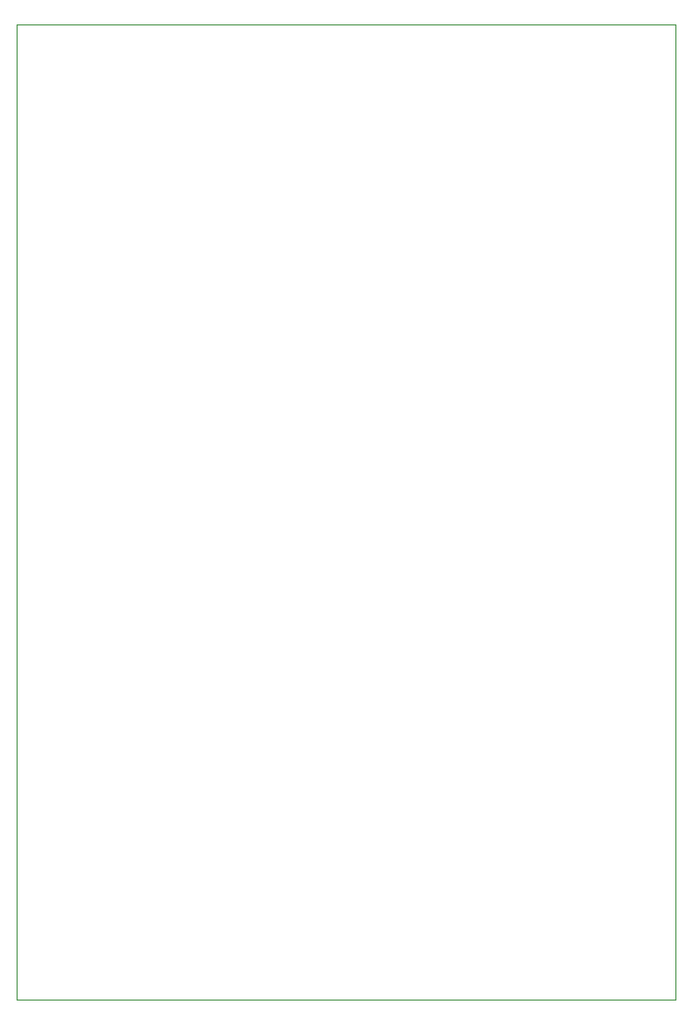
<source format=gm1>
G04 #@! TF.GenerationSoftware,KiCad,Pcbnew,(5.1.4)-1*
G04 #@! TF.CreationDate,2019-11-04T00:36:41-08:00*
G04 #@! TF.ProjectId,Tandy 1000 EX Memory Card,54616e64-7920-4313-9030-30204558204d,rev?*
G04 #@! TF.SameCoordinates,Original*
G04 #@! TF.FileFunction,Profile,NP*
%FSLAX46Y46*%
G04 Gerber Fmt 4.6, Leading zero omitted, Abs format (unit mm)*
G04 Created by KiCad (PCBNEW (5.1.4)-1) date 2019-11-04 00:36:41*
%MOMM*%
%LPD*%
G04 APERTURE LIST*
%ADD10C,0.050000*%
G04 APERTURE END LIST*
D10*
X115570000Y-52705000D02*
X115570000Y-137160000D01*
X172720000Y-137160000D02*
X115570000Y-137160000D01*
X172720000Y-52705000D02*
X172720000Y-137160000D01*
X115570000Y-52705000D02*
X172720000Y-52705000D01*
M02*

</source>
